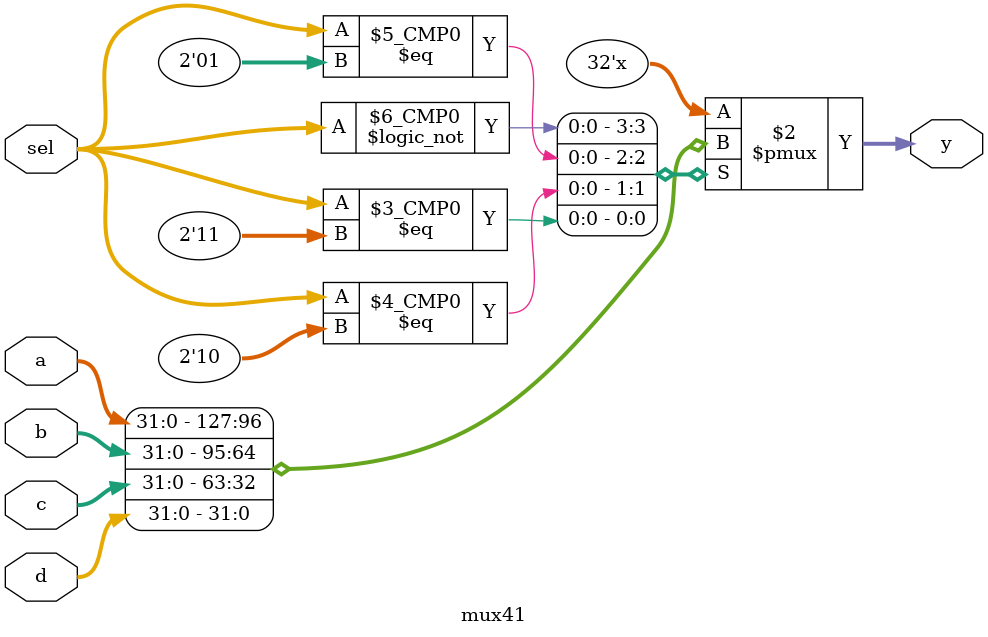
<source format=v>
module mux41 #(
  parameter WIDTH = 32)
(
  input       [WIDTH-1:0] a, b, c, d,
  input       [1:0]       sel,
  output reg  [WIDTH-1:0] y
);

always @(*)
  case(sel)
    2'b00: y = a;
    2'b01: y = b;
    2'b10: y = c;
    2'b11: y = d;
    default: ;
  endcase

endmodule
</source>
